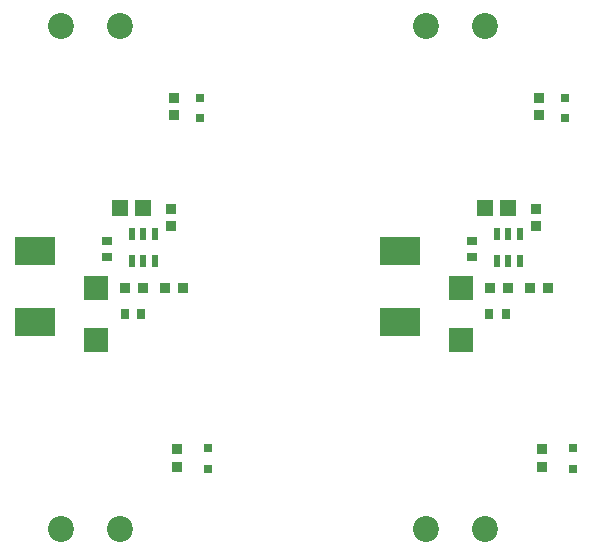
<source format=gts>
%TF.GenerationSoftware,KiCad,Pcbnew,9.0.0*%
%TF.CreationDate,2025-03-11T18:23:02+02:00*%
%TF.ProjectId,LGS5145 Voltage Regulator,4c475335-3134-4352-9056-6f6c74616765,rev?*%
%TF.SameCoordinates,Original*%
%TF.FileFunction,Soldermask,Top*%
%TF.FilePolarity,Negative*%
%FSLAX46Y46*%
G04 Gerber Fmt 4.6, Leading zero omitted, Abs format (unit mm)*
G04 Created by KiCad (PCBNEW 9.0.0) date 2025-03-11 18:23:02*
%MOMM*%
%LPD*%
G01*
G04 APERTURE LIST*
%ADD10C,2.200000*%
%ADD11R,1.410000X1.350000*%
%ADD12R,0.810000X0.860000*%
%ADD13R,0.860000X0.810000*%
%ADD14R,0.530000X0.990000*%
%ADD15R,2.000000X2.000000*%
%ADD16R,0.800000X0.900000*%
%ADD17R,3.500000X2.350000*%
%ADD18R,0.800000X0.800000*%
%ADD19R,0.900000X0.800000*%
G04 APERTURE END LIST*
D10*
%TO.C,U2*%
X245500000Y-48050000D03*
X240500000Y-48050000D03*
%TD*%
D11*
%TO.C,C1*%
X245450000Y-63400000D03*
X247450000Y-63400000D03*
%TD*%
D12*
%TO.C,R2*%
X250800000Y-70225000D03*
X249300000Y-70225000D03*
%TD*%
D13*
%TO.C,R3*%
X249750000Y-63500000D03*
X249750000Y-65000000D03*
%TD*%
D10*
%TO.C,U3*%
X240500000Y-90600000D03*
X245500000Y-90600000D03*
%TD*%
D13*
%TO.C,R5*%
X250300000Y-85350000D03*
X250300000Y-83850000D03*
%TD*%
D14*
%TO.C,U1*%
X246500000Y-67925000D03*
X247450000Y-67925000D03*
X248400000Y-67925000D03*
X248400000Y-65625000D03*
X247450000Y-65625000D03*
X246500000Y-65625000D03*
%TD*%
D12*
%TO.C,R1*%
X247400000Y-70225000D03*
X245900000Y-70225000D03*
%TD*%
D15*
%TO.C,D1*%
X243400000Y-70250000D03*
X243400000Y-74650000D03*
%TD*%
D16*
%TO.C,C2*%
X247250000Y-72450000D03*
X245850000Y-72450000D03*
%TD*%
D17*
%TO.C,L1*%
X238250000Y-73130000D03*
X238250000Y-67070000D03*
%TD*%
D18*
%TO.C,LED2*%
X252900000Y-85500000D03*
X252900000Y-83800000D03*
%TD*%
%TO.C,LED1*%
X252250000Y-54100000D03*
X252250000Y-55800000D03*
%TD*%
D13*
%TO.C,R4*%
X250000000Y-54100000D03*
X250000000Y-55600000D03*
%TD*%
D19*
%TO.C,C3*%
X244400000Y-67625000D03*
X244400000Y-66225000D03*
%TD*%
%TO.C,C3*%
X213500000Y-67625000D03*
X213500000Y-66225000D03*
%TD*%
D13*
%TO.C,R3*%
X218850000Y-63500000D03*
X218850000Y-65000000D03*
%TD*%
D12*
%TO.C,R2*%
X219900000Y-70225000D03*
X218400000Y-70225000D03*
%TD*%
D11*
%TO.C,C1*%
X214550000Y-63400000D03*
X216550000Y-63400000D03*
%TD*%
D10*
%TO.C,U2*%
X214600000Y-48050000D03*
X209600000Y-48050000D03*
%TD*%
D12*
%TO.C,R1*%
X216500000Y-70225000D03*
X215000000Y-70225000D03*
%TD*%
D13*
%TO.C,R5*%
X219400000Y-85350000D03*
X219400000Y-83850000D03*
%TD*%
D14*
%TO.C,U1*%
X215600000Y-67925000D03*
X216550000Y-67925000D03*
X217500000Y-67925000D03*
X217500000Y-65625000D03*
X216550000Y-65625000D03*
X215600000Y-65625000D03*
%TD*%
D10*
%TO.C,U3*%
X209600000Y-90600000D03*
X214600000Y-90600000D03*
%TD*%
D17*
%TO.C,L1*%
X207350000Y-73130000D03*
X207350000Y-67070000D03*
%TD*%
D18*
%TO.C,LED1*%
X221350000Y-54100000D03*
X221350000Y-55800000D03*
%TD*%
%TO.C,LED2*%
X222000000Y-85500000D03*
X222000000Y-83800000D03*
%TD*%
D13*
%TO.C,R4*%
X219100000Y-54100000D03*
X219100000Y-55600000D03*
%TD*%
D16*
%TO.C,C2*%
X216350000Y-72450000D03*
X214950000Y-72450000D03*
%TD*%
D15*
%TO.C,D1*%
X212500000Y-70250000D03*
X212500000Y-74650000D03*
%TD*%
M02*

</source>
